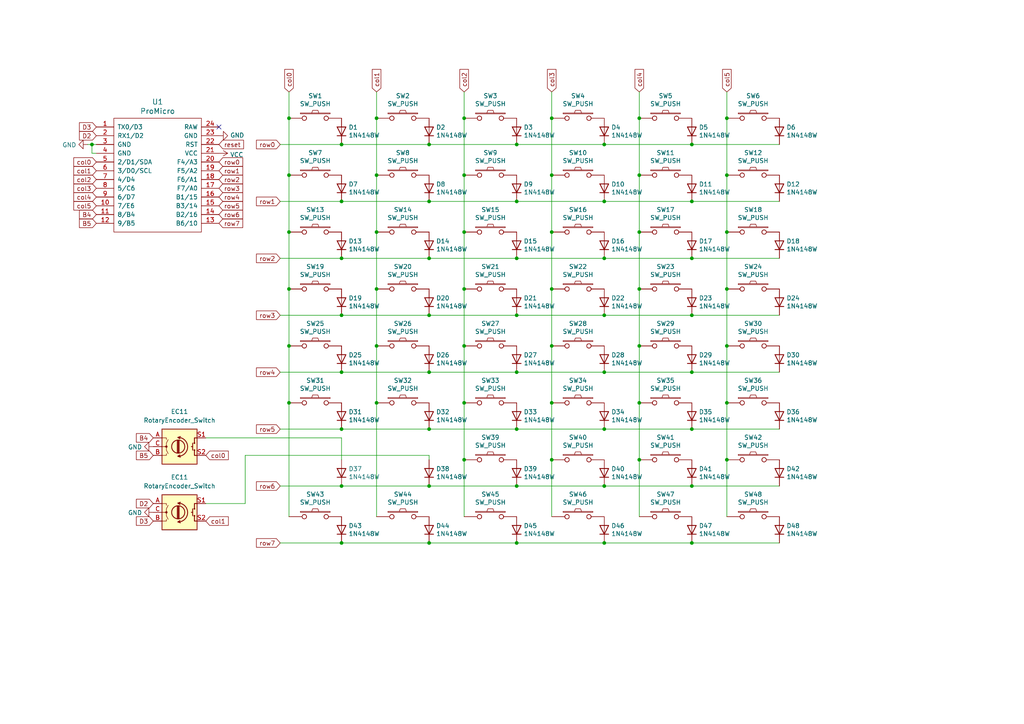
<source format=kicad_sch>
(kicad_sch (version 20211123) (generator eeschema)
  (paper "A4")
  (title_block (title "Cockpit") (date "2022-04-14") (rev "1") (company "ozkan celik") (comment 1 "ozkancelik.com"))
  (lib_symbols
    (symbol "Device:RotaryEncoder_Switch" (pin_names (offset 0.254) hide)
      (property "Reference" "SW" (at 0 6.604 0))
      (property "Value" "RotaryEncoder_Switch" (at 0 -6.604 0))
      (symbol "RotaryEncoder_Switch_0_1"
        (rectangle (start -5.08 5.08) (end 5.08 -5.08) (stroke (width 0.254)) (fill (type background)))
        (circle (center -3.81 0) (radius 0.254) (fill (type outline)))
        (arc (start -0.381 -2.794) (mid 2.3622 -0.0635) (end -0.381 2.667) (stroke (width 0.254)))
        (circle (center -0.381 0) (radius 1.905) (stroke (width 0.254)))
        (polyline (pts (xy -0.635 -1.778) (xy -0.635 1.778)) (stroke (width 0.254)))
        (polyline (pts (xy -0.381 -1.778) (xy -0.381 1.778)) (stroke (width 0.254)))
        (polyline (pts (xy -0.127 1.778) (xy -0.127 -1.778)) (stroke (width 0.254)))
        (polyline (pts (xy 3.81 0) (xy 3.429 0)) (stroke (width 0.254)))
        (polyline (pts (xy 3.81 1.016) (xy 3.81 -1.016)) (stroke (width 0.254)))
        (polyline (pts (xy -5.08 -2.54) (xy -3.81 -2.54) (xy -3.81 -2.032)))
        (polyline (pts (xy -5.08 2.54) (xy -3.81 2.54) (xy -3.81 2.032)))
        (polyline (pts (xy 0.254 -3.048) (xy -0.508 -2.794) (xy 0.127 -2.413)) (stroke (width 0.254)))
        (polyline (pts (xy 0.254 2.921) (xy -0.508 2.667) (xy 0.127 2.286)) (stroke (width 0.254)))
        (polyline (pts (xy 5.08 -2.54) (xy 4.318 -2.54) (xy 4.318 -1.016)) (stroke (width 0.254)))
        (polyline (pts (xy 5.08 2.54) (xy 4.318 2.54) (xy 4.318 1.016)) (stroke (width 0.254)))
        (polyline (pts (xy -5.08 0) (xy -3.81 0) (xy -3.81 -1.016) (xy -3.302 -2.032)))
        (polyline (pts (xy -4.318 0) (xy -3.81 0) (xy -3.81 1.016) (xy -3.302 2.032)))
        (circle (center 4.318 -1.016) (radius 0.127) (stroke (width 0.254)))
        (circle (center 4.318 1.016) (radius 0.127) (stroke (width 0.254)))
      )
      (symbol "RotaryEncoder_Switch_1_1"
        (pin passive line (at -7.62 2.54 0) (length 2.54) (name "A") (number "A"))
        (pin passive line (at -7.62 -2.54 0) (length 2.54) (name "B") (number "B"))
        (pin passive line (at -7.62 0 0) (length 2.54) (name "C") (number "C"))
        (pin passive line (at 7.62 2.54 180) (length 2.54) (name "S1") (number "S1"))
        (pin passive line (at 7.62 -2.54 180) (length 2.54) (name "S2") (number "S2"))
      )
    )
    (symbol "Diode:1N4148W" (pin_numbers hide) (pin_names (offset 1.016) hide)
      (property "Reference" "D" (at 0 2.54 0))
      (property "Value" "1N4148W" (at 0 -2.54 0))
      (symbol "1N4148W_0_1"
        (polyline (pts (xy -1.27 1.27) (xy -1.27 -1.27)) (stroke (width 0.254)))
        (polyline (pts (xy 1.27 0) (xy -1.27 0)))
        (polyline (pts (xy 1.27 1.27) (xy 1.27 -1.27) (xy -1.27 0) (xy 1.27 1.27)) (stroke (width 0.254)))
      )
      (symbol "1N4148W_1_1"
        (pin passive line (at -3.81 0 0) (length 2.54) (name "K") (number "1"))
        (pin passive line (at 3.81 0 180) (length 2.54) (name "A") (number "2"))
      )
    )
    (symbol "_reviung-kbd:ProMicro" (pin_names (offset 1.016))
      (property "Reference" "U" (at 0 24.13 0))
      (property "Value" "_reviung-kbd_ProMicro" (at 0 -13.97 0))
      (symbol "ProMicro_0_1"
        (rectangle (start -12.7 21.59) (end 12.7 -11.43))
      )
      (symbol "ProMicro_1_1"
        (pin bidirectional line (at -17.78 19.05 0) (length 5.08) (name "TX0/D3") (number "1"))
        (pin bidirectional line (at -17.78 -3.81 0) (length 5.08) (name "7/E6") (number "10"))
        (pin bidirectional line (at -17.78 -6.35 0) (length 5.08) (name "8/B4") (number "11"))
        (pin bidirectional line (at -17.78 -8.89 0) (length 5.08) (name "9/B5") (number "12"))
        (pin bidirectional line (at 17.78 -8.89 180) (length 5.08) (name "B6/10") (number "13"))
        (pin bidirectional line (at 17.78 -6.35 180) (length 5.08) (name "B2/16") (number "14"))
        (pin bidirectional line (at 17.78 -3.81 180) (length 5.08) (name "B3/14") (number "15"))
        (pin bidirectional line (at 17.78 -1.27 180) (length 5.08) (name "B1/15") (number "16"))
        (pin bidirectional line (at 17.78 1.27 180) (length 5.08) (name "F7/A0") (number "17"))
        (pin bidirectional line (at 17.78 3.81 180) (length 5.08) (name "F6/A1") (number "18"))
        (pin bidirectional line (at 17.78 6.35 180) (length 5.08) (name "F5/A2") (number "19"))
        (pin bidirectional line (at -17.78 16.51 0) (length 5.08) (name "RX1/D2") (number "2"))
        (pin bidirectional line (at 17.78 8.89 180) (length 5.08) (name "F4/A3") (number "20"))
        (pin power_in line (at 17.78 11.43 180) (length 5.08) (name "VCC") (number "21"))
        (pin input line (at 17.78 13.97 180) (length 5.08) (name "RST") (number "22"))
        (pin power_in line (at 17.78 16.51 180) (length 5.08) (name "GND") (number "23"))
        (pin power_out line (at 17.78 19.05 180) (length 5.08) (name "RAW") (number "24"))
        (pin power_in line (at -17.78 13.97 0) (length 5.08) (name "GND") (number "3"))
        (pin power_in line (at -17.78 11.43 0) (length 5.08) (name "GND") (number "4"))
        (pin bidirectional line (at -17.78 8.89 0) (length 5.08) (name "2/D1/SDA") (number "5"))
        (pin bidirectional line (at -17.78 6.35 0) (length 5.08) (name "3/D0/SCL") (number "6"))
        (pin bidirectional line (at -17.78 3.81 0) (length 5.08) (name "4/D4") (number "7"))
        (pin bidirectional line (at -17.78 1.27 0) (length 5.08) (name "5/C6") (number "8"))
        (pin bidirectional line (at -17.78 -1.27 0) (length 5.08) (name "6/D7") (number "9"))
      )
    )
    (symbol "_reviung-kbd:SW_PUSH" (pin_numbers hide) (pin_names (offset 1.016) hide)
      (property "Reference" "SW" (at 3.81 2.794 0))
      (property "Value" "_reviung-kbd_SW_PUSH" (at 0 -2.032 0))
      (symbol "SW_PUSH_0_1"
        (rectangle (start -4.318 1.27) (end 4.318 1.524))
        (polyline (pts (xy -1.016 1.524) (xy -0.762 2.286) (xy 0.762 2.286) (xy 1.016 1.524)))
        (pin passive inverted (at -7.62 0 0) (length 5.08) (name "1") (number "1"))
        (pin passive inverted (at 7.62 0 180) (length 5.08) (name "2") (number "2"))
      )
    )
    (symbol "power:GND" (power) (pin_names (offset 0))
      (property "Value" "GND" (at 0 -3.81 0))
      (symbol "GND_0_1"
        (polyline (pts (xy 0 0) (xy 0 -1.27) (xy 1.27 -1.27) (xy 0 -2.54) (xy -1.27 -1.27) (xy 0 -1.27)))
      )
      (symbol "GND_1_1"
        (pin power_in line (at 0 0 270) (length 0) hide (name "GND") (number "1"))
      )
    )
    (symbol "power:VCC" (power) (pin_names (offset 0))
      (property "Value" "VCC" (at 0 3.81 0))
      (symbol "VCC_0_1"
        (polyline (pts (xy -0.762 1.27) (xy 0 2.54)))
        (polyline (pts (xy 0 0) (xy 0 2.54)))
        (polyline (pts (xy 0 2.54) (xy 0.762 1.27)))
      )
      (symbol "VCC_1_1"
        (pin power_in line (at 0 0 90) (length 0) hide (name "VCC") (number "1"))
      )
    )
  )
  (junction (at 83.82 34.29))
  (junction (at 160.02 50.8))
  (junction (at 175.26 140.97))
  (junction (at 99.06 41.91))
  (junction (at 109.22 34.29))
  (junction (at 134.62 50.8))
  (junction (at 160.02 34.29))
  (junction (at 175.26 157.48))
  (junction (at 175.26 58.42))
  (junction (at 175.26 91.44))
  (junction (at 160.02 116.84))
  (junction (at 99.06 74.93))
  (junction (at 149.86 91.44))
  (junction (at 83.82 116.84))
  (junction (at 210.82 34.29))
  (junction (at 124.46 74.93))
  (junction (at 185.42 83.82))
  (junction (at 175.26 41.91))
  (junction (at 124.46 91.44))
  (junction (at 185.42 133.35))
  (junction (at 149.86 58.42))
  (junction (at 83.82 100.33))
  (junction (at 134.62 34.29))
  (junction (at 200.66 107.95))
  (junction (at 124.46 140.97))
  (junction (at 185.42 34.29))
  (junction (at 175.26 74.93))
  (junction (at 149.86 107.95))
  (junction (at 200.66 74.93))
  (junction (at 83.82 67.31))
  (junction (at 210.82 133.35))
  (junction (at 134.62 67.31))
  (junction (at 200.66 157.48))
  (junction (at 124.46 58.42))
  (junction (at 210.82 83.82))
  (junction (at 160.02 100.33))
  (junction (at 149.86 124.46))
  (junction (at 124.46 107.95))
  (junction (at 99.06 107.95))
  (junction (at 99.06 124.46))
  (junction (at 210.82 50.8))
  (junction (at 185.42 67.31))
  (junction (at 109.22 83.82))
  (junction (at 134.62 116.84))
  (junction (at 109.22 50.8))
  (junction (at 210.82 67.31))
  (junction (at 175.26 124.46))
  (junction (at 200.66 58.42))
  (junction (at 26.67 41.91))
  (junction (at 83.82 83.82))
  (junction (at 210.82 116.84))
  (junction (at 149.86 140.97))
  (junction (at 83.82 50.8))
  (junction (at 134.62 133.35))
  (junction (at 124.46 124.46))
  (junction (at 200.66 140.97))
  (junction (at 175.26 107.95))
  (junction (at 124.46 157.48))
  (junction (at 134.62 100.33))
  (junction (at 109.22 100.33))
  (junction (at 149.86 74.93))
  (junction (at 210.82 100.33))
  (junction (at 99.06 140.97))
  (junction (at 134.62 83.82))
  (junction (at 200.66 124.46))
  (junction (at 149.86 41.91))
  (junction (at 160.02 67.31))
  (junction (at 109.22 116.84))
  (junction (at 149.86 157.48))
  (junction (at 185.42 100.33))
  (junction (at 160.02 83.82))
  (junction (at 99.06 157.48))
  (junction (at 185.42 116.84))
  (junction (at 124.46 41.91))
  (junction (at 200.66 91.44))
  (junction (at 99.06 91.44))
  (junction (at 185.42 50.8))
  (junction (at 200.66 41.91))
  (junction (at 99.06 58.42))
  (junction (at 160.02 133.35))
  (junction (at 109.22 67.31))
  (no_connect (at 63.5 36.83))
  (wire (pts (xy 83.82 34.29) (xy 83.82 50.8)))
  (wire (pts (xy 99.06 107.95) (xy 124.46 107.95)))
  (wire (pts (xy 26.67 44.45) (xy 26.67 41.91)))
  (wire (pts (xy 99.06 157.48) (xy 124.46 157.48)))
  (wire (pts (xy 149.86 74.93) (xy 175.26 74.93)))
  (wire (pts (xy 160.02 67.31) (xy 160.02 83.82)))
  (wire (pts (xy 124.46 133.35) (xy 124.46 132.08)))
  (wire (pts (xy 185.42 50.8) (xy 185.42 67.31)))
  (wire (pts (xy 81.28 124.46) (xy 99.06 124.46)))
  (wire (pts (xy 149.86 124.46) (xy 175.26 124.46)))
  (wire (pts (xy 83.82 50.8) (xy 83.82 67.31)))
  (wire (pts (xy 185.42 67.31) (xy 185.42 83.82)))
  (wire (pts (xy 26.67 41.91) (xy 25.4 41.91)))
  (wire (pts (xy 124.46 124.46) (xy 149.86 124.46)))
  (wire (pts (xy 99.06 127) (xy 99.06 133.35)))
  (wire (pts (xy 99.06 140.97) (xy 124.46 140.97)))
  (wire (pts (xy 200.66 41.91) (xy 226.06 41.91)))
  (wire (pts (xy 81.28 91.44) (xy 99.06 91.44)))
  (wire (pts (xy 109.22 50.8) (xy 109.22 67.31)))
  (wire (pts (xy 185.42 133.35) (xy 185.42 149.86)))
  (wire (pts (xy 81.28 41.91) (xy 99.06 41.91)))
  (wire (pts (xy 124.46 91.44) (xy 149.86 91.44)))
  (wire (pts (xy 160.02 83.82) (xy 160.02 100.33)))
  (wire (pts (xy 160.02 26.67) (xy 160.02 34.29)))
  (wire (pts (xy 109.22 26.67) (xy 109.22 34.29)))
  (wire (pts (xy 83.82 67.31) (xy 83.82 83.82)))
  (wire (pts (xy 210.82 50.8) (xy 210.82 67.31)))
  (wire (pts (xy 210.82 34.29) (xy 210.82 50.8)))
  (wire (pts (xy 210.82 149.86) (xy 210.82 133.35)))
  (wire (pts (xy 210.82 133.35) (xy 210.82 116.84)))
  (wire (pts (xy 200.66 58.42) (xy 226.06 58.42)))
  (wire (pts (xy 59.69 127) (xy 99.06 127)))
  (wire (pts (xy 175.26 107.95) (xy 200.66 107.95)))
  (wire (pts (xy 81.28 140.97) (xy 99.06 140.97)))
  (wire (pts (xy 81.28 107.95) (xy 99.06 107.95)))
  (wire (pts (xy 81.28 74.93) (xy 99.06 74.93)))
  (wire (pts (xy 185.42 26.67) (xy 185.42 34.29)))
  (wire (pts (xy 200.66 91.44) (xy 226.06 91.44)))
  (wire (pts (xy 149.86 157.48) (xy 175.26 157.48)))
  (wire (pts (xy 160.02 116.84) (xy 160.02 133.35)))
  (wire (pts (xy 185.42 116.84) (xy 185.42 133.35)))
  (wire (pts (xy 149.86 58.42) (xy 175.26 58.42)))
  (wire (pts (xy 160.02 133.35) (xy 160.02 149.86)))
  (wire (pts (xy 134.62 133.35) (xy 134.62 149.86)))
  (wire (pts (xy 200.66 107.95) (xy 226.06 107.95)))
  (wire (pts (xy 210.82 67.31) (xy 210.82 83.82)))
  (wire (pts (xy 83.82 100.33) (xy 83.82 116.84)))
  (wire (pts (xy 210.82 26.67) (xy 210.82 34.29)))
  (wire (pts (xy 27.94 41.91) (xy 26.67 41.91)))
  (wire (pts (xy 109.22 116.84) (xy 109.22 149.86)))
  (wire (pts (xy 149.86 91.44) (xy 175.26 91.44)))
  (wire (pts (xy 175.26 140.97) (xy 200.66 140.97)))
  (wire (pts (xy 134.62 83.82) (xy 134.62 100.33)))
  (wire (pts (xy 185.42 83.82) (xy 185.42 100.33)))
  (wire (pts (xy 109.22 83.82) (xy 109.22 100.33)))
  (wire (pts (xy 185.42 34.29) (xy 185.42 50.8)))
  (wire (pts (xy 71.12 132.08) (xy 124.46 132.08)))
  (wire (pts (xy 134.62 34.29) (xy 134.62 50.8)))
  (wire (pts (xy 185.42 100.33) (xy 185.42 116.84)))
  (wire (pts (xy 99.06 124.46) (xy 124.46 124.46)))
  (wire (pts (xy 99.06 41.91) (xy 124.46 41.91)))
  (wire (pts (xy 175.26 124.46) (xy 200.66 124.46)))
  (wire (pts (xy 81.28 157.48) (xy 99.06 157.48)))
  (wire (pts (xy 109.22 100.33) (xy 109.22 116.84)))
  (wire (pts (xy 160.02 50.8) (xy 160.02 67.31)))
  (wire (pts (xy 175.26 157.48) (xy 200.66 157.48)))
  (wire (pts (xy 124.46 157.48) (xy 149.86 157.48)))
  (wire (pts (xy 200.66 124.46) (xy 226.06 124.46)))
  (wire (pts (xy 83.82 116.84) (xy 83.82 149.86)))
  (wire (pts (xy 210.82 116.84) (xy 210.82 100.33)))
  (wire (pts (xy 124.46 140.97) (xy 149.86 140.97)))
  (wire (pts (xy 83.82 26.67) (xy 83.82 34.29)))
  (wire (pts (xy 175.26 74.93) (xy 200.66 74.93)))
  (wire (pts (xy 124.46 41.91) (xy 149.86 41.91)))
  (wire (pts (xy 200.66 140.97) (xy 226.06 140.97)))
  (wire (pts (xy 99.06 91.44) (xy 124.46 91.44)))
  (wire (pts (xy 124.46 58.42) (xy 149.86 58.42)))
  (wire (pts (xy 160.02 34.29) (xy 160.02 50.8)))
  (wire (pts (xy 71.12 132.08) (xy 71.12 146.05)))
  (wire (pts (xy 124.46 74.93) (xy 149.86 74.93)))
  (wire (pts (xy 81.28 58.42) (xy 99.06 58.42)))
  (wire (pts (xy 109.22 34.29) (xy 109.22 50.8)))
  (wire (pts (xy 149.86 140.97) (xy 175.26 140.97)))
  (wire (pts (xy 134.62 116.84) (xy 134.62 133.35)))
  (wire (pts (xy 134.62 67.31) (xy 134.62 83.82)))
  (wire (pts (xy 99.06 58.42) (xy 124.46 58.42)))
  (wire (pts (xy 27.94 44.45) (xy 26.67 44.45)))
  (wire (pts (xy 200.66 157.48) (xy 226.06 157.48)))
  (wire (pts (xy 210.82 83.82) (xy 210.82 100.33)))
  (wire (pts (xy 160.02 100.33) (xy 160.02 116.84)))
  (wire (pts (xy 200.66 74.93) (xy 226.06 74.93)))
  (wire (pts (xy 175.26 58.42) (xy 200.66 58.42)))
  (wire (pts (xy 83.82 83.82) (xy 83.82 100.33)))
  (wire (pts (xy 134.62 50.8) (xy 134.62 67.31)))
  (wire (pts (xy 175.26 41.91) (xy 200.66 41.91)))
  (wire (pts (xy 99.06 74.93) (xy 124.46 74.93)))
  (wire (pts (xy 149.86 107.95) (xy 175.26 107.95)))
  (wire (pts (xy 59.69 146.05) (xy 71.12 146.05)))
  (wire (pts (xy 109.22 67.31) (xy 109.22 83.82)))
  (wire (pts (xy 124.46 107.95) (xy 149.86 107.95)))
  (wire (pts (xy 149.86 41.91) (xy 175.26 41.91)))
  (wire (pts (xy 175.26 91.44) (xy 200.66 91.44)))
  (wire (pts (xy 134.62 26.67) (xy 134.62 34.29)))
  (wire (pts (xy 134.62 100.33) (xy 134.62 116.84)))
  (global_label "col2" (shape input) (at 27.94 52.07 180) (property "Intersheet References" "${INTERSHEET_REFS}" (effects hide)))
  (global_label "col0" (shape input) (at 59.69 132.08 0) (property "Intersheet References" "${INTERSHEET_REFS}" (effects hide)))
  (global_label "row4" (shape input) (at 63.5 57.15 0) (property "Intersheet References" "${INTERSHEET_REFS}" (effects hide)))
  (global_label "row7" (shape input) (at 63.5 64.77 0) (property "Intersheet References" "${INTERSHEET_REFS}" (effects hide)))
  (global_label "col1" (shape input) (at 109.22 26.67 90) (property "Intersheet References" "${INTERSHEET_REFS}" (effects hide)))
  (global_label "col0" (shape input) (at 27.94 46.99 180) (property "Intersheet References" "${INTERSHEET_REFS}" (effects hide)))
  (global_label "col1" (shape input) (at 59.69 151.13 0) (property "Intersheet References" "${INTERSHEET_REFS}" (effects hide)))
  (global_label "row7" (shape input) (at 81.28 157.48 180) (property "Intersheet References" "${INTERSHEET_REFS}" (effects hide)))
  (global_label "row1" (shape input) (at 81.28 58.42 180) (property "Intersheet References" "${INTERSHEET_REFS}" (effects hide)))
  (global_label "row2" (shape input) (at 63.5 52.07 0) (property "Intersheet References" "${INTERSHEET_REFS}" (effects hide)))
  (global_label "row6" (shape input) (at 81.28 140.97 180) (property "Intersheet References" "${INTERSHEET_REFS}" (effects hide)))
  (global_label "D2" (shape input) (at 27.94 39.37 180) (property "Intersheet References" "${INTERSHEET_REFS}" (effects hide)))
  (global_label "B5" (shape input) (at 27.94 64.77 180) (property "Intersheet References" "${INTERSHEET_REFS}" (effects hide)))
  (global_label "B5" (shape input) (at 44.45 132.08 180) (property "Intersheet References" "${INTERSHEET_REFS}" (effects hide)))
  (global_label "row2" (shape input) (at 81.28 74.93 180) (property "Intersheet References" "${INTERSHEET_REFS}" (effects hide)))
  (global_label "row0" (shape input) (at 63.5 46.99 0) (property "Intersheet References" "${INTERSHEET_REFS}" (effects hide)))
  (global_label "col3" (shape input) (at 27.94 54.61 180) (property "Intersheet References" "${INTERSHEET_REFS}" (effects hide)))
  (global_label "row5" (shape input) (at 63.5 59.69 0) (property "Intersheet References" "${INTERSHEET_REFS}" (effects hide)))
  (global_label "row1" (shape input) (at 63.5 49.53 0) (property "Intersheet References" "${INTERSHEET_REFS}" (effects hide)))
  (global_label "col1" (shape input) (at 27.94 49.53 180) (property "Intersheet References" "${INTERSHEET_REFS}" (effects hide)))
  (global_label "B4" (shape input) (at 44.45 127 180) (property "Intersheet References" "${INTERSHEET_REFS}" (effects hide)))
  (global_label "row3" (shape input) (at 63.5 54.61 0) (property "Intersheet References" "${INTERSHEET_REFS}" (effects hide)))
  (global_label "B4" (shape input) (at 27.94 62.23 180) (property "Intersheet References" "${INTERSHEET_REFS}" (effects hide)))
  (global_label "col2" (shape input) (at 134.62 26.67 90) (property "Intersheet References" "${INTERSHEET_REFS}" (effects hide)))
  (global_label "col0" (shape input) (at 83.82 26.67 90) (property "Intersheet References" "${INTERSHEET_REFS}" (effects hide)))
  (global_label "col5" (shape input) (at 210.82 26.67 90) (property "Intersheet References" "${INTERSHEET_REFS}" (effects hide)))
  (global_label "reset" (shape input) (at 63.5 41.91 0) (property "Intersheet References" "${INTERSHEET_REFS}" (effects hide)))
  (global_label "row5" (shape input) (at 81.28 124.46 180) (property "Intersheet References" "${INTERSHEET_REFS}" (effects hide)))
  (global_label "D3" (shape input) (at 27.94 36.83 180) (property "Intersheet References" "${INTERSHEET_REFS}" (effects hide)))
  (global_label "D3" (shape input) (at 44.45 151.13 180) (property "Intersheet References" "${INTERSHEET_REFS}" (effects hide)))
  (global_label "col4" (shape input) (at 27.94 57.15 180) (property "Intersheet References" "${INTERSHEET_REFS}" (effects hide)))
  (global_label "row0" (shape input) (at 81.28 41.91 180) (property "Intersheet References" "${INTERSHEET_REFS}" (effects hide)))
  (global_label "col4" (shape input) (at 185.42 26.67 90) (property "Intersheet References" "${INTERSHEET_REFS}" (effects hide)))
  (global_label "row3" (shape input) (at 81.28 91.44 180) (property "Intersheet References" "${INTERSHEET_REFS}" (effects hide)))
  (global_label "col3" (shape input) (at 160.02 26.67 90) (property "Intersheet References" "${INTERSHEET_REFS}" (effects hide)))
  (global_label "D2" (shape input) (at 44.45 146.05 180) (property "Intersheet References" "${INTERSHEET_REFS}" (effects hide)))
  (global_label "col5" (shape input) (at 27.94 59.69 180) (property "Intersheet References" "${INTERSHEET_REFS}" (effects hide)))
  (global_label "row4" (shape input) (at 81.28 107.95 180) (property "Intersheet References" "${INTERSHEET_REFS}" (effects hide)))
  (global_label "row6" (shape input) (at 63.5 62.23 0) (property "Intersheet References" "${INTERSHEET_REFS}" (effects hide)))
  (symbol (lib_id "_reviung-kbd:ProMicro") (at 45.72 55.88 0) (unit 1)
    (property "Reference" "U1" (at 45.72 29.5402 0) (effects (font (size 1.524 1.524))))
    (property "Value" "ProMicro" (at 45.72 32.2326 0) (effects (font (size 1.524 1.524))))
    (property "Footprint" "_reviung-kbd:ProMicro" (effects hide))
  )
  (symbol (lib_id "power:GND") (at 63.5 39.37 90) (unit 1)
    (property "Reference" "#PWR03" (effects hide))
    (property "Value" "GND" (at 66.7512 39.243 90) (effects (justify right)))
  )
  (symbol (lib_id "power:VCC") (at 63.5 44.45 270) (unit 1)
    (property "Reference" "#PWR05" (effects hide))
    (property "Value" "VCC" (at 66.7512 44.8818 90) (effects (justify left)))
  )
  (symbol (lib_id "power:GND") (at 25.4 41.91 270) (unit 1)
    (property "Reference" "#PWR04" (effects hide))
    (property "Value" "GND" (at 22.1488 42.037 90) (effects (justify right)))
  )
  (symbol (lib_id "_reviung-kbd:SW_PUSH") (at 91.44 34.29 0) (unit 1)
    (property "Reference" "SW1" (at 91.44 27.813 0))
    (property "Value" "SW_PUSH" (at 91.44 30.1244 0))
    (property "Footprint" "_reviung-kbd:MXOnly-1U-Hotswap" (effects hide))
  )
  (symbol (lib_id "Diode:1N4148W") (at 99.06 38.1 90) (unit 1)
    (property "Reference" "D1" (at 101.092 36.9316 90) (effects (justify right)))
    (property "Value" "1N4148W" (at 101.092 39.243 90) (effects (justify right)))
    (property "Footprint" "_reviung-kbd:D3_SMD_1side" (effects hide))
    (property "Datasheet" "https://www.vishay.com/docs/85748/1n4148w.pdf" (effects hide))
  )
  (symbol (lib_id "_reviung-kbd:SW_PUSH") (at 116.84 34.29 0) (unit 1)
    (property "Reference" "SW2" (at 116.84 27.813 0))
    (property "Value" "SW_PUSH" (at 116.84 30.1244 0))
    (property "Footprint" "_reviung-kbd:MXOnly-1U-Hotswap" (effects hide))
  )
  (symbol (lib_id "Diode:1N4148W") (at 124.46 38.1 90) (unit 1)
    (property "Reference" "D2" (at 126.492 36.9316 90) (effects (justify right)))
    (property "Value" "1N4148W" (at 126.492 39.243 90) (effects (justify right)))
    (property "Footprint" "_reviung-kbd:D3_SMD_1side" (effects hide))
    (property "Datasheet" "https://www.vishay.com/docs/85748/1n4148w.pdf" (effects hide))
  )
  (symbol (lib_id "_reviung-kbd:SW_PUSH") (at 142.24 34.29 0) (unit 1)
    (property "Reference" "SW3" (at 142.24 27.813 0))
    (property "Value" "SW_PUSH" (at 142.24 30.1244 0))
    (property "Footprint" "_reviung-kbd:MXOnly-1U-Hotswap" (effects hide))
  )
  (symbol (lib_id "Diode:1N4148W") (at 149.86 38.1 90) (unit 1)
    (property "Reference" "D3" (at 151.892 36.9316 90) (effects (justify right)))
    (property "Value" "1N4148W" (at 151.892 39.243 90) (effects (justify right)))
    (property "Footprint" "_reviung-kbd:D3_SMD_1side" (effects hide))
    (property "Datasheet" "https://www.vishay.com/docs/85748/1n4148w.pdf" (effects hide))
  )
  (symbol (lib_id "_reviung-kbd:SW_PUSH") (at 167.64 34.29 0) (unit 1)
    (property "Reference" "SW4" (at 167.64 27.813 0))
    (property "Value" "SW_PUSH" (at 167.64 30.1244 0))
    (property "Footprint" "_reviung-kbd:MXOnly-1U-Hotswap" (effects hide))
  )
  (symbol (lib_id "Diode:1N4148W") (at 175.26 38.1 90) (unit 1)
    (property "Reference" "D4" (at 177.292 36.9316 90) (effects (justify right)))
    (property "Value" "1N4148W" (at 177.292 39.243 90) (effects (justify right)))
    (property "Footprint" "_reviung-kbd:D3_SMD_1side" (effects hide))
    (property "Datasheet" "https://www.vishay.com/docs/85748/1n4148w.pdf" (effects hide))
  )
  (symbol (lib_id "_reviung-kbd:SW_PUSH") (at 193.04 34.29 0) (unit 1)
    (property "Reference" "SW5" (at 193.04 27.813 0))
    (property "Value" "SW_PUSH" (at 193.04 30.1244 0))
    (property "Footprint" "_reviung-kbd:MXOnly-1U-Hotswap" (effects hide))
  )
  (symbol (lib_id "Diode:1N4148W") (at 200.66 38.1 90) (unit 1)
    (property "Reference" "D5" (at 202.692 36.9316 90) (effects (justify right)))
    (property "Value" "1N4148W" (at 202.692 39.243 90) (effects (justify right)))
    (property "Footprint" "_reviung-kbd:D3_SMD_1side" (effects hide))
    (property "Datasheet" "https://www.vishay.com/docs/85748/1n4148w.pdf" (effects hide))
  )
  (symbol (lib_id "_reviung-kbd:SW_PUSH") (at 218.44 34.29 0) (unit 1)
    (property "Reference" "SW6" (at 218.44 27.813 0))
    (property "Value" "SW_PUSH" (at 218.44 30.1244 0))
    (property "Footprint" "_reviung-kbd:MXOnly-1U-Hotswap" (effects hide))
  )
  (symbol (lib_id "Diode:1N4148W") (at 226.06 38.1 90) (unit 1)
    (property "Reference" "D6" (at 228.092 36.9316 90) (effects (justify right)))
    (property "Value" "1N4148W" (at 228.092 39.243 90) (effects (justify right)))
    (property "Footprint" "_reviung-kbd:D3_SMD_1side" (effects hide))
    (property "Datasheet" "https://www.vishay.com/docs/85748/1n4148w.pdf" (effects hide))
  )
  (symbol (lib_id "Diode:1N4148W") (at 175.26 54.61 90) (unit 1)
    (property "Reference" "D10" (at 177.292 53.4416 90) (effects (justify right)))
    (property "Value" "1N4148W" (at 177.292 55.753 90) (effects (justify right)))
    (property "Footprint" "_reviung-kbd:D3_SMD_1side" (effects hide))
    (property "Datasheet" "https://www.vishay.com/docs/85748/1n4148w.pdf" (effects hide))
  )
  (symbol (lib_id "_reviung-kbd:SW_PUSH") (at 167.64 50.8 0) (unit 1)
    (property "Reference" "SW10" (at 167.64 44.323 0))
    (property "Value" "SW_PUSH" (at 167.64 46.6344 0))
    (property "Footprint" "_reviung-kbd:MXOnly-1U-Hotswap" (effects hide))
  )
  (symbol (lib_id "Diode:1N4148W") (at 149.86 54.61 90) (unit 1)
    (property "Reference" "D9" (at 151.892 53.4416 90) (effects (justify right)))
    (property "Value" "1N4148W" (at 151.892 55.753 90) (effects (justify right)))
    (property "Footprint" "_reviung-kbd:D3_SMD_1side" (effects hide))
    (property "Datasheet" "https://www.vishay.com/docs/85748/1n4148w.pdf" (effects hide))
  )
  (symbol (lib_id "_reviung-kbd:SW_PUSH") (at 142.24 50.8 0) (unit 1)
    (property "Reference" "SW9" (at 142.24 44.323 0))
    (property "Value" "SW_PUSH" (at 142.24 46.6344 0))
    (property "Footprint" "_reviung-kbd:MXOnly-1U-Hotswap" (effects hide))
  )
  (symbol (lib_id "Diode:1N4148W") (at 124.46 54.61 90) (unit 1)
    (property "Reference" "D8" (at 126.492 53.4416 90) (effects (justify right)))
    (property "Value" "1N4148W" (at 126.492 55.753 90) (effects (justify right)))
    (property "Footprint" "_reviung-kbd:D3_SMD_1side" (effects hide))
    (property "Datasheet" "https://www.vishay.com/docs/85748/1n4148w.pdf" (effects hide))
  )
  (symbol (lib_id "_reviung-kbd:SW_PUSH") (at 116.84 50.8 0) (unit 1)
    (property "Reference" "SW8" (at 116.84 44.323 0))
    (property "Value" "SW_PUSH" (at 116.84 46.6344 0))
    (property "Footprint" "_reviung-kbd:MXOnly-1U-Hotswap" (effects hide))
  )
  (symbol (lib_id "Diode:1N4148W") (at 99.06 54.61 90) (unit 1)
    (property "Reference" "D7" (at 101.092 53.4416 90) (effects (justify right)))
    (property "Value" "1N4148W" (at 101.092 55.753 90) (effects (justify right)))
    (property "Footprint" "_reviung-kbd:D3_SMD_1side" (effects hide))
    (property "Datasheet" "https://www.vishay.com/docs/85748/1n4148w.pdf" (effects hide))
  )
  (symbol (lib_id "_reviung-kbd:SW_PUSH") (at 91.44 50.8 0) (unit 1)
    (property "Reference" "SW7" (at 91.44 44.323 0))
    (property "Value" "SW_PUSH" (at 91.44 46.6344 0))
    (property "Footprint" "_reviung-kbd:MXOnly-1U-Hotswap" (effects hide))
  )
  (symbol (lib_id "_reviung-kbd:SW_PUSH") (at 193.04 50.8 0) (unit 1)
    (property "Reference" "SW11" (at 193.04 44.323 0))
    (property "Value" "SW_PUSH" (at 193.04 46.6344 0))
    (property "Footprint" "_reviung-kbd:MXOnly-1U-Hotswap" (effects hide))
  )
  (symbol (lib_id "Diode:1N4148W") (at 200.66 54.61 90) (unit 1)
    (property "Reference" "D11" (at 202.692 53.4416 90) (effects (justify right)))
    (property "Value" "1N4148W" (at 202.692 55.753 90) (effects (justify right)))
    (property "Footprint" "_reviung-kbd:D3_SMD_1side" (effects hide))
    (property "Datasheet" "https://www.vishay.com/docs/85748/1n4148w.pdf" (effects hide))
  )
  (symbol (lib_id "_reviung-kbd:SW_PUSH") (at 218.44 50.8 0) (unit 1)
    (property "Reference" "SW12" (at 218.44 44.323 0))
    (property "Value" "SW_PUSH" (at 218.44 46.6344 0))
    (property "Footprint" "_reviung-kbd:MXOnly-1U-Hotswap" (effects hide))
  )
  (symbol (lib_id "Diode:1N4148W") (at 226.06 54.61 90) (unit 1)
    (property "Reference" "D12" (at 228.092 53.4416 90) (effects (justify right)))
    (property "Value" "1N4148W" (at 228.092 55.753 90) (effects (justify right)))
    (property "Footprint" "_reviung-kbd:D3_SMD_1side" (effects hide))
    (property "Datasheet" "https://www.vishay.com/docs/85748/1n4148w.pdf" (effects hide))
  )
  (symbol (lib_id "Diode:1N4148W") (at 175.26 71.12 90) (unit 1)
    (property "Reference" "D16" (at 177.292 69.9516 90) (effects (justify right)))
    (property "Value" "1N4148W" (at 177.292 72.263 90) (effects (justify right)))
    (property "Footprint" "_reviung-kbd:D3_SMD_1side" (effects hide))
    (property "Datasheet" "https://www.vishay.com/docs/85748/1n4148w.pdf" (effects hide))
  )
  (symbol (lib_id "_reviung-kbd:SW_PUSH") (at 167.64 67.31 0) (unit 1)
    (property "Reference" "SW16" (at 167.64 60.833 0))
    (property "Value" "SW_PUSH" (at 167.64 63.1444 0))
    (property "Footprint" "_reviung-kbd:MXOnly-1U-Hotswap" (effects hide))
  )
  (symbol (lib_id "Diode:1N4148W") (at 149.86 71.12 90) (unit 1)
    (property "Reference" "D15" (at 151.892 69.9516 90) (effects (justify right)))
    (property "Value" "1N4148W" (at 151.892 72.263 90) (effects (justify right)))
    (property "Footprint" "_reviung-kbd:D3_SMD_1side" (effects hide))
    (property "Datasheet" "https://www.vishay.com/docs/85748/1n4148w.pdf" (effects hide))
  )
  (symbol (lib_id "_reviung-kbd:SW_PUSH") (at 142.24 67.31 0) (unit 1)
    (property "Reference" "SW15" (at 142.24 60.833 0))
    (property "Value" "SW_PUSH" (at 142.24 63.1444 0))
    (property "Footprint" "_reviung-kbd:MXOnly-1U-Hotswap" (effects hide))
  )
  (symbol (lib_id "Diode:1N4148W") (at 124.46 71.12 90) (unit 1)
    (property "Reference" "D14" (at 126.492 69.9516 90) (effects (justify right)))
    (property "Value" "1N4148W" (at 126.492 72.263 90) (effects (justify right)))
    (property "Footprint" "_reviung-kbd:D3_SMD_1side" (effects hide))
    (property "Datasheet" "https://www.vishay.com/docs/85748/1n4148w.pdf" (effects hide))
  )
  (symbol (lib_id "_reviung-kbd:SW_PUSH") (at 116.84 67.31 0) (unit 1)
    (property "Reference" "SW14" (at 116.84 60.833 0))
    (property "Value" "SW_PUSH" (at 116.84 63.1444 0))
    (property "Footprint" "_reviung-kbd:MXOnly-1U-Hotswap" (effects hide))
  )
  (symbol (lib_id "Diode:1N4148W") (at 99.06 71.12 90) (unit 1)
    (property "Reference" "D13" (at 101.092 69.9516 90) (effects (justify right)))
    (property "Value" "1N4148W" (at 101.092 72.263 90) (effects (justify right)))
    (property "Footprint" "_reviung-kbd:D3_SMD_1side" (effects hide))
    (property "Datasheet" "https://www.vishay.com/docs/85748/1n4148w.pdf" (effects hide))
  )
  (symbol (lib_id "_reviung-kbd:SW_PUSH") (at 91.44 67.31 0) (unit 1)
    (property "Reference" "SW13" (at 91.44 60.833 0))
    (property "Value" "SW_PUSH" (at 91.44 63.1444 0))
    (property "Footprint" "_reviung-kbd:MXOnly-1U-Hotswap" (effects hide))
  )
  (symbol (lib_id "_reviung-kbd:SW_PUSH") (at 193.04 67.31 0) (unit 1)
    (property "Reference" "SW17" (at 193.04 60.833 0))
    (property "Value" "SW_PUSH" (at 193.04 63.1444 0))
    (property "Footprint" "_reviung-kbd:MXOnly-1U-Hotswap" (effects hide))
  )
  (symbol (lib_id "Diode:1N4148W") (at 200.66 71.12 90) (unit 1)
    (property "Reference" "D17" (at 202.692 69.9516 90) (effects (justify right)))
    (property "Value" "1N4148W" (at 202.692 72.263 90) (effects (justify right)))
    (property "Footprint" "_reviung-kbd:D3_SMD_1side" (effects hide))
    (property "Datasheet" "https://www.vishay.com/docs/85748/1n4148w.pdf" (effects hide))
  )
  (symbol (lib_id "_reviung-kbd:SW_PUSH") (at 218.44 67.31 0) (unit 1)
    (property "Reference" "SW18" (at 218.44 60.833 0))
    (property "Value" "SW_PUSH" (at 218.44 63.1444 0))
    (property "Footprint" "_reviung-kbd:MXOnly-1U-Hotswap" (effects hide))
  )
  (symbol (lib_id "Diode:1N4148W") (at 226.06 71.12 90) (unit 1)
    (property "Reference" "D18" (at 228.092 69.9516 90) (effects (justify right)))
    (property "Value" "1N4148W" (at 228.092 72.263 90) (effects (justify right)))
    (property "Footprint" "_reviung-kbd:D3_SMD_1side" (effects hide))
    (property "Datasheet" "https://www.vishay.com/docs/85748/1n4148w.pdf" (effects hide))
  )
  (symbol (lib_id "Diode:1N4148W") (at 175.26 87.63 90) (unit 1)
    (property "Reference" "D22" (at 177.292 86.4616 90) (effects (justify right)))
    (property "Value" "1N4148W" (at 177.292 88.773 90) (effects (justify right)))
    (property "Footprint" "_reviung-kbd:D3_SMD_1side" (effects hide))
    (property "Datasheet" "https://www.vishay.com/docs/85748/1n4148w.pdf" (effects hide))
  )
  (symbol (lib_id "_reviung-kbd:SW_PUSH") (at 167.64 83.82 0) (unit 1)
    (property "Reference" "SW22" (at 167.64 77.343 0))
    (property "Value" "SW_PUSH" (at 167.64 79.6544 0))
    (property "Footprint" "_reviung-kbd:MXOnly-1U-Hotswap" (effects hide))
  )
  (symbol (lib_id "Diode:1N4148W") (at 149.86 87.63 90) (unit 1)
    (property "Reference" "D21" (at 151.892 86.4616 90) (effects (justify right)))
    (property "Value" "1N4148W" (at 151.892 88.773 90) (effects (justify right)))
    (property "Footprint" "_reviung-kbd:D3_SMD_1side" (effects hide))
    (property "Datasheet" "https://www.vishay.com/docs/85748/1n4148w.pdf" (effects hide))
  )
  (symbol (lib_id "_reviung-kbd:SW_PUSH") (at 142.24 83.82 0) (unit 1)
    (property "Reference" "SW21" (at 142.24 77.343 0))
    (property "Value" "SW_PUSH" (at 142.24 79.6544 0))
    (property "Footprint" "_reviung-kbd:MXOnly-1U-Hotswap" (effects hide))
  )
  (symbol (lib_id "Diode:1N4148W") (at 124.46 87.63 90) (unit 1)
    (property "Reference" "D20" (at 126.492 86.4616 90) (effects (justify right)))
    (property "Value" "1N4148W" (at 126.492 88.773 90) (effects (justify right)))
    (property "Footprint" "_reviung-kbd:D3_SMD_1side" (effects hide))
    (property "Datasheet" "https://www.vishay.com/docs/85748/1n4148w.pdf" (effects hide))
  )
  (symbol (lib_id "_reviung-kbd:SW_PUSH") (at 116.84 83.82 0) (unit 1)
    (property "Reference" "SW20" (at 116.84 77.343 0))
    (property "Value" "SW_PUSH" (at 116.84 79.6544 0))
    (property "Footprint" "_reviung-kbd:MXOnly-1U-Hotswap" (effects hide))
  )
  (symbol (lib_id "Diode:1N4148W") (at 99.06 87.63 90) (unit 1)
    (property "Reference" "D19" (at 101.092 86.4616 90) (effects (justify right)))
    (property "Value" "1N4148W" (at 101.092 88.773 90) (effects (justify right)))
    (property "Footprint" "_reviung-kbd:D3_SMD_1side" (effects hide))
    (property "Datasheet" "https://www.vishay.com/docs/85748/1n4148w.pdf" (effects hide))
  )
  (symbol (lib_id "_reviung-kbd:SW_PUSH") (at 91.44 83.82 0) (unit 1)
    (property "Reference" "SW19" (at 91.44 77.343 0))
    (property "Value" "SW_PUSH" (at 91.44 79.6544 0))
    (property "Footprint" "_reviung-kbd:MXOnly-1U-Hotswap" (effects hide))
  )
  (symbol (lib_id "_reviung-kbd:SW_PUSH") (at 193.04 83.82 0) (unit 1)
    (property "Reference" "SW23" (at 193.04 77.343 0))
    (property "Value" "SW_PUSH" (at 193.04 79.6544 0))
    (property "Footprint" "_reviung-kbd:MXOnly-1U-Hotswap" (effects hide))
  )
  (symbol (lib_id "Diode:1N4148W") (at 200.66 87.63 90) (unit 1)
    (property "Reference" "D23" (at 202.692 86.4616 90) (effects (justify right)))
    (property "Value" "1N4148W" (at 202.692 88.773 90) (effects (justify right)))
    (property "Footprint" "_reviung-kbd:D3_SMD_1side" (effects hide))
    (property "Datasheet" "https://www.vishay.com/docs/85748/1n4148w.pdf" (effects hide))
  )
  (symbol (lib_id "_reviung-kbd:SW_PUSH") (at 218.44 83.82 0) (unit 1)
    (property "Reference" "SW24" (at 218.44 77.343 0))
    (property "Value" "SW_PUSH" (at 218.44 79.6544 0))
    (property "Footprint" "_reviung-kbd:MXOnly-1U-Hotswap" (effects hide))
  )
  (symbol (lib_id "Diode:1N4148W") (at 226.06 87.63 90) (unit 1)
    (property "Reference" "D24" (at 228.092 86.4616 90) (effects (justify right)))
    (property "Value" "1N4148W" (at 228.092 88.773 90) (effects (justify right)))
    (property "Footprint" "_reviung-kbd:D3_SMD_1side" (effects hide))
    (property "Datasheet" "https://www.vishay.com/docs/85748/1n4148w.pdf" (effects hide))
  )
  (symbol (lib_id "Diode:1N4148W") (at 175.26 104.14 90) (unit 1)
    (property "Reference" "D28" (at 177.292 102.9716 90) (effects (justify right)))
    (property "Value" "1N4148W" (at 177.292 105.283 90) (effects (justify right)))
    (property "Footprint" "_reviung-kbd:D3_SMD_1side" (effects hide))
    (property "Datasheet" "https://www.vishay.com/docs/85748/1n4148w.pdf" (effects hide))
  )
  (symbol (lib_id "_reviung-kbd:SW_PUSH") (at 167.64 100.33 0) (unit 1)
    (property "Reference" "SW28" (at 167.64 93.853 0))
    (property "Value" "SW_PUSH" (at 167.64 96.1644 0))
    (property "Footprint" "_reviung-kbd:MXOnly-1U-Hotswap" (effects hide))
  )
  (symbol (lib_id "Diode:1N4148W") (at 149.86 104.14 90) (unit 1)
    (property "Reference" "D27" (at 151.892 102.9716 90) (effects (justify right)))
    (property "Value" "1N4148W" (at 151.892 105.283 90) (effects (justify right)))
    (property "Footprint" "_reviung-kbd:D3_SMD_1side" (effects hide))
    (property "Datasheet" "https://www.vishay.com/docs/85748/1n4148w.pdf" (effects hide))
  )
  (symbol (lib_id "_reviung-kbd:SW_PUSH") (at 142.24 100.33 0) (unit 1)
    (property "Reference" "SW27" (at 142.24 93.853 0))
    (property "Value" "SW_PUSH" (at 142.24 96.1644 0))
    (property "Footprint" "_reviung-kbd:MXOnly-1U-Hotswap" (effects hide))
  )
  (symbol (lib_id "Diode:1N4148W") (at 124.46 104.14 90) (unit 1)
    (property "Reference" "D26" (at 126.492 102.9716 90) (effects (justify right)))
    (property "Value" "1N4148W" (at 126.492 105.283 90) (effects (justify right)))
    (property "Footprint" "_reviung-kbd:D3_SMD_1side" (effects hide))
    (property "Datasheet" "https://www.vishay.com/docs/85748/1n4148w.pdf" (effects hide))
  )
  (symbol (lib_id "_reviung-kbd:SW_PUSH") (at 116.84 100.33 0) (unit 1)
    (property "Reference" "SW26" (at 116.84 93.853 0))
    (property "Value" "SW_PUSH" (at 116.84 96.1644 0))
    (property "Footprint" "_reviung-kbd:MXOnly-1U-Hotswap" (effects hide))
  )
  (symbol (lib_id "Diode:1N4148W") (at 99.06 104.14 90) (unit 1)
    (property "Reference" "D25" (at 101.092 102.9716 90) (effects (justify right)))
    (property "Value" "1N4148W" (at 101.092 105.283 90) (effects (justify right)))
    (property "Footprint" "_reviung-kbd:D3_SMD_1side" (effects hide))
    (property "Datasheet" "https://www.vishay.com/docs/85748/1n4148w.pdf" (effects hide))
  )
  (symbol (lib_id "_reviung-kbd:SW_PUSH") (at 91.44 100.33 0) (unit 1)
    (property "Reference" "SW25" (at 91.44 93.853 0))
    (property "Value" "SW_PUSH" (at 91.44 96.1644 0))
    (property "Footprint" "_reviung-kbd:MXOnly-1U-Hotswap" (effects hide))
  )
  (symbol (lib_id "_reviung-kbd:SW_PUSH") (at 193.04 100.33 0) (unit 1)
    (property "Reference" "SW29" (at 193.04 93.853 0))
    (property "Value" "SW_PUSH" (at 193.04 96.1644 0))
    (property "Footprint" "_reviung-kbd:MXOnly-1U-Hotswap" (effects hide))
  )
  (symbol (lib_id "Diode:1N4148W") (at 200.66 104.14 90) (unit 1)
    (property "Reference" "D29" (at 202.692 102.9716 90) (effects (justify right)))
    (property "Value" "1N4148W" (at 202.692 105.283 90) (effects (justify right)))
    (property "Footprint" "_reviung-kbd:D3_SMD_1side" (effects hide))
    (property "Datasheet" "https://www.vishay.com/docs/85748/1n4148w.pdf" (effects hide))
  )
  (symbol (lib_id "_reviung-kbd:SW_PUSH") (at 218.44 100.33 0) (unit 1)
    (property "Reference" "SW30" (at 218.44 93.853 0))
    (property "Value" "SW_PUSH" (at 218.44 96.1644 0))
    (property "Footprint" "_reviung-kbd:MXOnly-1U-Hotswap" (effects hide))
  )
  (symbol (lib_id "Diode:1N4148W") (at 226.06 104.14 90) (unit 1)
    (property "Reference" "D30" (at 228.092 102.9716 90) (effects (justify right)))
    (property "Value" "1N4148W" (at 228.092 105.283 90) (effects (justify right)))
    (property "Footprint" "_reviung-kbd:D3_SMD_1side" (effects hide))
    (property "Datasheet" "https://www.vishay.com/docs/85748/1n4148w.pdf" (effects hide))
  )
  (symbol (lib_id "Diode:1N4148W") (at 175.26 120.65 90) (unit 1)
    (property "Reference" "D34" (at 177.292 119.4816 90) (effects (justify right)))
    (property "Value" "1N4148W" (at 177.292 121.793 90) (effects (justify right)))
    (property "Footprint" "_reviung-kbd:D3_SMD_1side" (effects hide))
    (property "Datasheet" "https://www.vishay.com/docs/85748/1n4148w.pdf" (effects hide))
  )
  (symbol (lib_id "_reviung-kbd:SW_PUSH") (at 167.64 116.84 0) (unit 1)
    (property "Reference" "SW34" (at 167.64 110.363 0))
    (property "Value" "SW_PUSH" (at 167.64 112.6744 0))
    (property "Footprint" "_reviung-kbd:MXOnly-1U-Hotswap" (effects hide))
  )
  (symbol (lib_id "Diode:1N4148W") (at 149.86 120.65 90) (unit 1)
    (property "Reference" "D33" (at 151.892 119.4816 90) (effects (justify right)))
    (property "Value" "1N4148W" (at 151.892 121.793 90) (effects (justify right)))
    (property "Footprint" "_reviung-kbd:D3_SMD_1side" (effects hide))
    (property "Datasheet" "https://www.vishay.com/docs/85748/1n4148w.pdf" (effects hide))
  )
  (symbol (lib_id "_reviung-kbd:SW_PUSH") (at 142.24 116.84 0) (unit 1)
    (property "Reference" "SW33" (at 142.24 110.363 0))
    (property "Value" "SW_PUSH" (at 142.24 112.6744 0))
    (property "Footprint" "_reviung-kbd:MXOnly-1U-Hotswap" (effects hide))
  )
  (symbol (lib_id "Diode:1N4148W") (at 124.46 120.65 90) (unit 1)
    (property "Reference" "D32" (at 126.492 119.4816 90) (effects (justify right)))
    (property "Value" "1N4148W" (at 126.492 121.793 90) (effects (justify right)))
    (property "Footprint" "_reviung-kbd:D3_SMD_1side" (effects hide))
    (property "Datasheet" "https://www.vishay.com/docs/85748/1n4148w.pdf" (effects hide))
  )
  (symbol (lib_id "_reviung-kbd:SW_PUSH") (at 116.84 116.84 0) (unit 1)
    (property "Reference" "SW32" (at 116.84 110.363 0))
    (property "Value" "SW_PUSH" (at 116.84 112.6744 0))
    (property "Footprint" "_reviung-kbd:MXOnly-1U-Hotswap" (effects hide))
  )
  (symbol (lib_id "Diode:1N4148W") (at 99.06 120.65 90) (unit 1)
    (property "Reference" "D31" (at 101.092 119.4816 90) (effects (justify right)))
    (property "Value" "1N4148W" (at 101.092 121.793 90) (effects (justify right)))
    (property "Footprint" "_reviung-kbd:D3_SMD_1side" (effects hide))
    (property "Datasheet" "https://www.vishay.com/docs/85748/1n4148w.pdf" (effects hide))
  )
  (symbol (lib_id "_reviung-kbd:SW_PUSH") (at 91.44 116.84 0) (unit 1)
    (property "Reference" "SW31" (at 91.44 110.363 0))
    (property "Value" "SW_PUSH" (at 91.44 112.6744 0))
    (property "Footprint" "_reviung-kbd:MXOnly-1U-Hotswap" (effects hide))
  )
  (symbol (lib_id "_reviung-kbd:SW_PUSH") (at 193.04 116.84 0) (unit 1)
    (property "Reference" "SW35" (at 193.04 110.363 0))
    (property "Value" "SW_PUSH" (at 193.04 112.6744 0))
    (property "Footprint" "_reviung-kbd:MXOnly-1U-Hotswap" (effects hide))
  )
  (symbol (lib_id "Diode:1N4148W") (at 200.66 120.65 90) (unit 1)
    (property "Reference" "D35" (at 202.692 119.4816 90) (effects (justify right)))
    (property "Value" "1N4148W" (at 202.692 121.793 90) (effects (justify right)))
    (property "Footprint" "_reviung-kbd:D3_SMD_1side" (effects hide))
    (property "Datasheet" "https://www.vishay.com/docs/85748/1n4148w.pdf" (effects hide))
  )
  (symbol (lib_id "_reviung-kbd:SW_PUSH") (at 218.44 116.84 0) (unit 1)
    (property "Reference" "SW36" (at 218.44 110.363 0))
    (property "Value" "SW_PUSH" (at 218.44 112.6744 0))
    (property "Footprint" "_reviung-kbd:MXOnly-1U-Hotswap" (effects hide))
  )
  (symbol (lib_id "Diode:1N4148W") (at 226.06 120.65 90) (unit 1)
    (property "Reference" "D36" (at 228.092 119.4816 90) (effects (justify right)))
    (property "Value" "1N4148W" (at 228.092 121.793 90) (effects (justify right)))
    (property "Footprint" "_reviung-kbd:D3_SMD_1side" (effects hide))
    (property "Datasheet" "https://www.vishay.com/docs/85748/1n4148w.pdf" (effects hide))
  )
  (symbol (lib_id "power:GND") (at 44.45 129.54 270) (unit 1)
    (property "Reference" "#PWR?" (effects hide))
    (property "Value" "GND" (at 41.1988 129.667 90) (effects (justify right)))
  )
  (symbol (lib_id "Diode:1N4148W") (at 149.86 153.67 90) (unit 1)
    (property "Reference" "D45" (at 151.892 152.5016 90) (effects (justify right)))
    (property "Value" "1N4148W" (at 151.892 154.813 90) (effects (justify right)))
    (property "Footprint" "_reviung-kbd:D3_SMD_1side" (effects hide))
    (property "Datasheet" "https://www.vishay.com/docs/85748/1n4148w.pdf" (effects hide))
  )
  (symbol (lib_id "_reviung-kbd:SW_PUSH") (at 142.24 133.35 0) (unit 1)
    (property "Reference" "SW39" (at 142.24 126.873 0))
    (property "Value" "SW_PUSH" (at 142.24 129.1844 0))
    (property "Footprint" "_reviung-kbd:MXOnly-1U-Hotswap" (effects hide))
  )
  (symbol (lib_id "Diode:1N4148W") (at 99.06 137.16 90) (unit 1)
    (property "Reference" "D37" (at 101.092 135.9916 90) (effects (justify right)))
    (property "Value" "1N4148W" (at 101.092 138.303 90) (effects (justify right)))
    (property "Footprint" "_reviung-kbd:D3_SMD_1side" (effects hide))
    (property "Datasheet" "https://www.vishay.com/docs/85748/1n4148w.pdf" (effects hide))
  )
  (symbol (lib_id "_reviung-kbd:SW_PUSH") (at 193.04 149.86 0) (unit 1)
    (property "Reference" "SW47" (at 193.04 143.383 0))
    (property "Value" "SW_PUSH" (at 193.04 145.6944 0))
    (property "Footprint" "_reviung-kbd:MXOnly-1U-Hotswap" (effects hide))
  )
  (symbol (lib_id "power:GND") (at 44.45 148.59 270) (unit 1)
    (property "Reference" "#PWR?" (effects hide))
    (property "Value" "GND" (at 41.1988 148.717 90) (effects (justify right)))
  )
  (symbol (lib_id "_reviung-kbd:SW_PUSH") (at 167.64 133.35 0) (unit 1)
    (property "Reference" "SW40" (at 167.64 126.873 0))
    (property "Value" "SW_PUSH" (at 167.64 129.1844 0))
    (property "Footprint" "_reviung-kbd:MXOnly-1U-Hotswap" (effects hide))
  )
  (symbol (lib_id "Diode:1N4148W") (at 175.26 153.67 90) (unit 1)
    (property "Reference" "D46" (at 177.292 152.5016 90) (effects (justify right)))
    (property "Value" "1N4148W" (at 177.292 154.813 90) (effects (justify right)))
    (property "Footprint" "_reviung-kbd:D3_SMD_1side" (effects hide))
    (property "Datasheet" "https://www.vishay.com/docs/85748/1n4148w.pdf" (effects hide))
  )
  (symbol (lib_id "_reviung-kbd:SW_PUSH") (at 218.44 149.86 0) (unit 1)
    (property "Reference" "SW48" (at 218.44 143.383 0))
    (property "Value" "SW_PUSH" (at 218.44 145.6944 0))
    (property "Footprint" "_reviung-kbd:MXOnly-1U-Hotswap" (effects hide))
  )
  (symbol (lib_id "Diode:1N4148W") (at 99.06 153.67 90) (unit 1)
    (property "Reference" "D43" (at 101.092 152.5016 90) (effects (justify right)))
    (property "Value" "1N4148W" (at 101.092 154.813 90) (effects (justify right)))
    (property "Footprint" "_reviung-kbd:D3_SMD_1side" (effects hide))
    (property "Datasheet" "https://www.vishay.com/docs/85748/1n4148w.pdf" (effects hide))
  )
  (symbol (lib_id "Diode:1N4148W") (at 175.26 137.16 90) (unit 1)
    (property "Reference" "D40" (at 177.292 135.9916 90) (effects (justify right)))
    (property "Value" "1N4148W" (at 177.292 138.303 90) (effects (justify right)))
    (property "Footprint" "_reviung-kbd:D3_SMD_1side" (effects hide))
    (property "Datasheet" "https://www.vishay.com/docs/85748/1n4148w.pdf" (effects hide))
  )
  (symbol (lib_id "_reviung-kbd:SW_PUSH") (at 218.44 133.35 0) (unit 1)
    (property "Reference" "SW42" (at 218.44 126.873 0))
    (property "Value" "SW_PUSH" (at 218.44 129.1844 0))
    (property "Footprint" "_reviung-kbd:MXOnly-1U-Hotswap" (effects hide))
  )
  (symbol (lib_id "_reviung-kbd:SW_PUSH") (at 116.84 149.86 0) (unit 1)
    (property "Reference" "SW44" (at 116.84 143.383 0))
    (property "Value" "SW_PUSH" (at 116.84 145.6944 0))
    (property "Footprint" "_reviung-kbd:MXOnly-1U-Hotswap" (effects hide))
  )
  (symbol (lib_id "Diode:1N4148W") (at 226.06 137.16 90) (unit 1)
    (property "Reference" "D42" (at 228.092 135.9916 90) (effects (justify right)))
    (property "Value" "1N4148W" (at 228.092 138.303 90) (effects (justify right)))
    (property "Footprint" "_reviung-kbd:D3_SMD_1side" (effects hide))
    (property "Datasheet" "https://www.vishay.com/docs/85748/1n4148w.pdf" (effects hide))
  )
  (symbol (lib_id "_reviung-kbd:SW_PUSH") (at 142.24 149.86 0) (unit 1)
    (property "Reference" "SW45" (at 142.24 143.383 0))
    (property "Value" "SW_PUSH" (at 142.24 145.6944 0))
    (property "Footprint" "_reviung-kbd:MXOnly-1U-Hotswap" (effects hide))
  )
  (symbol (lib_id "Diode:1N4148W") (at 200.66 153.67 90) (unit 1)
    (property "Reference" "D47" (at 202.692 152.5016 90) (effects (justify right)))
    (property "Value" "1N4148W" (at 202.692 154.813 90) (effects (justify right)))
    (property "Footprint" "_reviung-kbd:D3_SMD_1side" (effects hide))
    (property "Datasheet" "https://www.vishay.com/docs/85748/1n4148w.pdf" (effects hide))
  )
  (symbol (lib_id "_reviung-kbd:SW_PUSH") (at 91.44 149.86 0) (unit 1)
    (property "Reference" "SW43" (at 91.44 143.383 0))
    (property "Value" "SW_PUSH" (at 91.44 145.6944 0))
    (property "Footprint" "_reviung-kbd:MXOnly-1U-Hotswap" (effects hide))
  )
  (symbol (lib_id "Device:RotaryEncoder_Switch") (at 52.07 148.59 0) (unit 1)
    (property "Reference" "EC11" (at 52.07 138.43 0))
    (property "Value" "RotaryEncoder_Switch" (at 52.07 140.97 0))
  )
  (symbol (lib_id "_reviung-kbd:SW_PUSH") (at 193.04 133.35 0) (unit 1)
    (property "Reference" "SW41" (at 193.04 126.873 0))
    (property "Value" "SW_PUSH" (at 193.04 129.1844 0))
    (property "Footprint" "_reviung-kbd:MXOnly-1U-Hotswap" (effects hide))
  )
  (symbol (lib_id "Diode:1N4148W") (at 226.06 153.67 90) (unit 1)
    (property "Reference" "D48" (at 228.092 152.5016 90) (effects (justify right)))
    (property "Value" "1N4148W" (at 228.092 154.813 90) (effects (justify right)))
    (property "Footprint" "_reviung-kbd:D3_SMD_1side" (effects hide))
    (property "Datasheet" "https://www.vishay.com/docs/85748/1n4148w.pdf" (effects hide))
  )
  (symbol (lib_id "Diode:1N4148W") (at 149.86 137.16 90) (unit 1)
    (property "Reference" "D39" (at 151.892 135.9916 90) (effects (justify right)))
    (property "Value" "1N4148W" (at 151.892 138.303 90) (effects (justify right)))
    (property "Footprint" "_reviung-kbd:D3_SMD_1side" (effects hide))
    (property "Datasheet" "https://www.vishay.com/docs/85748/1n4148w.pdf" (effects hide))
  )
  (symbol (lib_id "Diode:1N4148W") (at 124.46 137.16 90) (unit 1)
    (property "Reference" "D38" (at 126.492 135.9916 90) (effects (justify right)))
    (property "Value" "1N4148W" (at 126.492 138.303 90) (effects (justify right)))
    (property "Footprint" "_reviung-kbd:D3_SMD_1side" (effects hide))
    (property "Datasheet" "https://www.vishay.com/docs/85748/1n4148w.pdf" (effects hide))
  )
  (symbol (lib_id "Device:RotaryEncoder_Switch") (at 52.07 129.54 0) (unit 1)
    (property "Reference" "EC11" (at 52.07 119.38 0))
    (property "Value" "RotaryEncoder_Switch" (at 52.07 121.92 0))
  )
  (symbol (lib_id "Diode:1N4148W") (at 200.66 137.16 90) (unit 1)
    (property "Reference" "D41" (at 202.692 135.9916 90) (effects (justify right)))
    (property "Value" "1N4148W" (at 202.692 138.303 90) (effects (justify right)))
    (property "Footprint" "_reviung-kbd:D3_SMD_1side" (effects hide))
    (property "Datasheet" "https://www.vishay.com/docs/85748/1n4148w.pdf" (effects hide))
  )
  (symbol (lib_id "_reviung-kbd:SW_PUSH") (at 167.64 149.86 0) (unit 1)
    (property "Reference" "SW46" (at 167.64 143.383 0))
    (property "Value" "SW_PUSH" (at 167.64 145.6944 0))
    (property "Footprint" "_reviung-kbd:MXOnly-1U-Hotswap" (effects hide))
  )
  (symbol (lib_id "Diode:1N4148W") (at 124.46 153.67 90) (unit 1)
    (property "Reference" "D44" (at 126.492 152.5016 90) (effects (justify right)))
    (property "Value" "1N4148W" (at 126.492 154.813 90) (effects (justify right)))
    (property "Footprint" "_reviung-kbd:D3_SMD_1side" (effects hide))
    (property "Datasheet" "https://www.vishay.com/docs/85748/1n4148w.pdf" (effects hide))
  )
)
</source>
